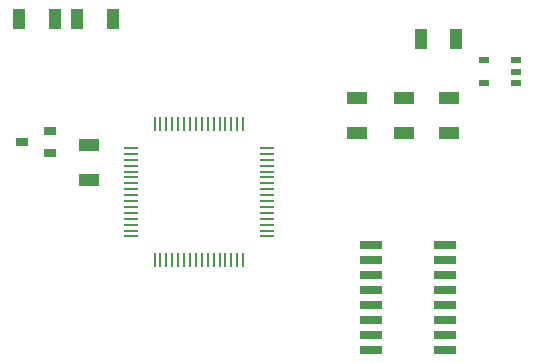
<source format=gtp>
G04*
G04 #@! TF.GenerationSoftware,Altium Limited,Altium Designer,18.1.2 (67)*
G04*
G04 Layer_Color=8421504*
%FSLAX43Y43*%
%MOMM*%
G71*
G01*
G75*
%ADD15R,0.295X1.194*%
%ADD16R,1.194X0.295*%
%ADD17R,0.972X0.508*%
%ADD18R,1.720X1.120*%
%ADD19R,1.120X0.720*%
%ADD20R,1.920X0.760*%
%ADD21R,1.120X1.720*%
D15*
X30950Y21950D02*
D03*
X30450D02*
D03*
X29950D02*
D03*
X29450D02*
D03*
X28950D02*
D03*
X28450D02*
D03*
X27950D02*
D03*
X27450D02*
D03*
X26950D02*
D03*
X26450D02*
D03*
X25950D02*
D03*
X25450D02*
D03*
X24950D02*
D03*
X24450D02*
D03*
X23950D02*
D03*
X23450D02*
D03*
Y10450D02*
D03*
X23950D02*
D03*
X24450D02*
D03*
X24950D02*
D03*
X25450D02*
D03*
X25950D02*
D03*
X26450D02*
D03*
X26950D02*
D03*
X27450D02*
D03*
X27950D02*
D03*
X28450D02*
D03*
X28950D02*
D03*
X29450D02*
D03*
X29950D02*
D03*
X30450D02*
D03*
X30950D02*
D03*
D16*
X21450Y19950D02*
D03*
Y19450D02*
D03*
Y18950D02*
D03*
Y18450D02*
D03*
Y17950D02*
D03*
Y17450D02*
D03*
Y16950D02*
D03*
Y16450D02*
D03*
Y15950D02*
D03*
Y15450D02*
D03*
Y14950D02*
D03*
Y14450D02*
D03*
Y13950D02*
D03*
Y13450D02*
D03*
Y12950D02*
D03*
Y12450D02*
D03*
X32950D02*
D03*
Y12950D02*
D03*
Y13450D02*
D03*
Y13950D02*
D03*
Y14450D02*
D03*
Y14950D02*
D03*
Y15450D02*
D03*
Y15950D02*
D03*
Y16450D02*
D03*
Y16950D02*
D03*
Y17450D02*
D03*
Y17950D02*
D03*
Y18450D02*
D03*
Y18950D02*
D03*
Y19450D02*
D03*
Y19950D02*
D03*
D17*
X51338Y25450D02*
D03*
Y27350D02*
D03*
X54062D02*
D03*
Y26400D02*
D03*
Y25450D02*
D03*
D18*
X48400Y24200D02*
D03*
Y21200D02*
D03*
X17900Y20200D02*
D03*
Y17200D02*
D03*
X40600Y24200D02*
D03*
Y21200D02*
D03*
X44600Y24200D02*
D03*
Y21200D02*
D03*
D19*
X12200Y20450D02*
D03*
X14600Y21400D02*
D03*
Y19500D02*
D03*
D20*
X48000Y2850D02*
D03*
Y4120D02*
D03*
Y5390D02*
D03*
Y6660D02*
D03*
Y7930D02*
D03*
Y9200D02*
D03*
Y10470D02*
D03*
Y11740D02*
D03*
X41790D02*
D03*
Y10470D02*
D03*
Y9200D02*
D03*
Y7930D02*
D03*
Y6660D02*
D03*
Y5390D02*
D03*
Y4120D02*
D03*
Y2850D02*
D03*
D21*
X15000Y30900D02*
D03*
X12000D02*
D03*
X16900D02*
D03*
X19900D02*
D03*
X46000Y29200D02*
D03*
X49000D02*
D03*
M02*

</source>
